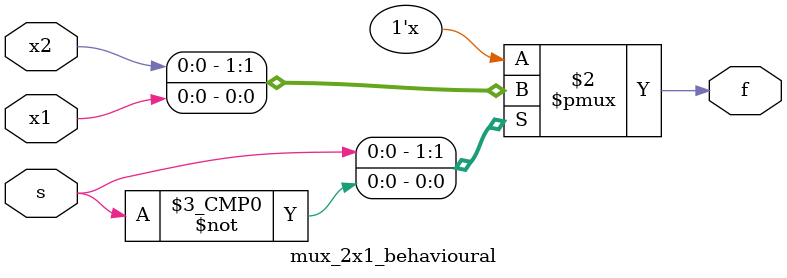
<source format=v>
`timescale 1ns / 1ps


module mux_2x1_behavioural(
    input x1,
    input x2,
    input s,
    output reg f
    );
    always @(x1,x2,s)
    begin 
       /* if(s)
          begin
            f=x1;
          end
        else
          begin
            f=x2;
          end*/
          case(s)
            1:f=x2;
            0:f=x1;
          endcase
    end
endmodule

</source>
